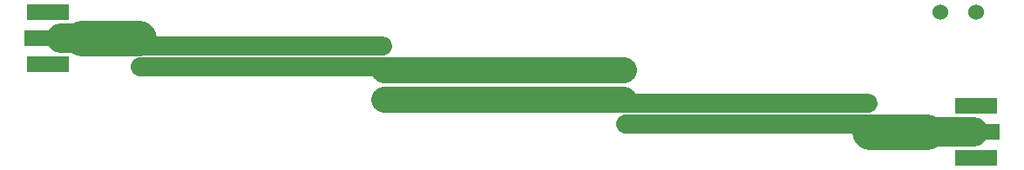
<source format=gbr>
G04 #@! TF.GenerationSoftware,KiCad,Pcbnew,5.1.2-f72e74a~84~ubuntu18.04.1*
G04 #@! TF.CreationDate,2019-12-04T15:30:54+01:00*
G04 #@! TF.ProjectId,RO4350B_proto,524f3433-3530-4425-9f70-726f746f2e6b,rev?*
G04 #@! TF.SameCoordinates,Original*
G04 #@! TF.FileFunction,Copper,L1,Top*
G04 #@! TF.FilePolarity,Positive*
%FSLAX46Y46*%
G04 Gerber Fmt 4.6, Leading zero omitted, Abs format (unit mm)*
G04 Created by KiCad (PCBNEW 5.1.2-f72e74a~84~ubuntu18.04.1) date 2019-12-04 15:30:54*
%MOMM*%
%LPD*%
G04 APERTURE LIST*
%ADD10C,1.524000*%
%ADD11R,4.060000X1.520000*%
%ADD12R,4.600000X1.520000*%
%ADD13C,0.800000*%
%ADD14C,1.897860*%
%ADD15C,2.552590*%
%ADD16C,3.500000*%
%ADD17C,2.900000*%
G04 APERTURE END LIST*
D10*
X161290000Y-97790000D03*
X157790000Y-97790000D03*
D11*
X161290000Y-112060000D03*
X161290000Y-106980000D03*
D12*
X161290000Y-109520000D03*
D11*
X71120000Y-97790000D03*
X71120000Y-102870000D03*
D12*
X71120000Y-100330000D03*
D13*
X162560000Y-111760000D03*
X161290000Y-111760000D03*
X160020000Y-111760000D03*
X162560000Y-106680000D03*
X161290000Y-106680000D03*
X160020000Y-106680000D03*
X72390000Y-102870000D03*
X71120000Y-102870000D03*
X69850000Y-102870000D03*
X72390000Y-97790000D03*
X71120000Y-97790000D03*
X69850000Y-97790000D03*
D14*
X80080000Y-103171114D02*
X103615900Y-103171114D01*
D15*
X103790000Y-103496114D02*
X127032900Y-103496114D01*
X103790000Y-106331424D02*
X127032900Y-106331424D01*
D14*
X127220000Y-106656424D02*
X150755900Y-106656424D01*
X80080000Y-101130000D02*
X103615900Y-101130000D01*
D16*
X74390000Y-100330000D02*
X79890000Y-100330000D01*
D17*
X72390000Y-100330000D02*
X74390000Y-100330000D01*
D14*
X127220000Y-108697538D02*
X150755900Y-108697538D01*
D16*
X150980000Y-109497538D02*
X156480000Y-109497538D01*
D17*
X157480000Y-109497538D02*
X161000000Y-109497538D01*
M02*

</source>
